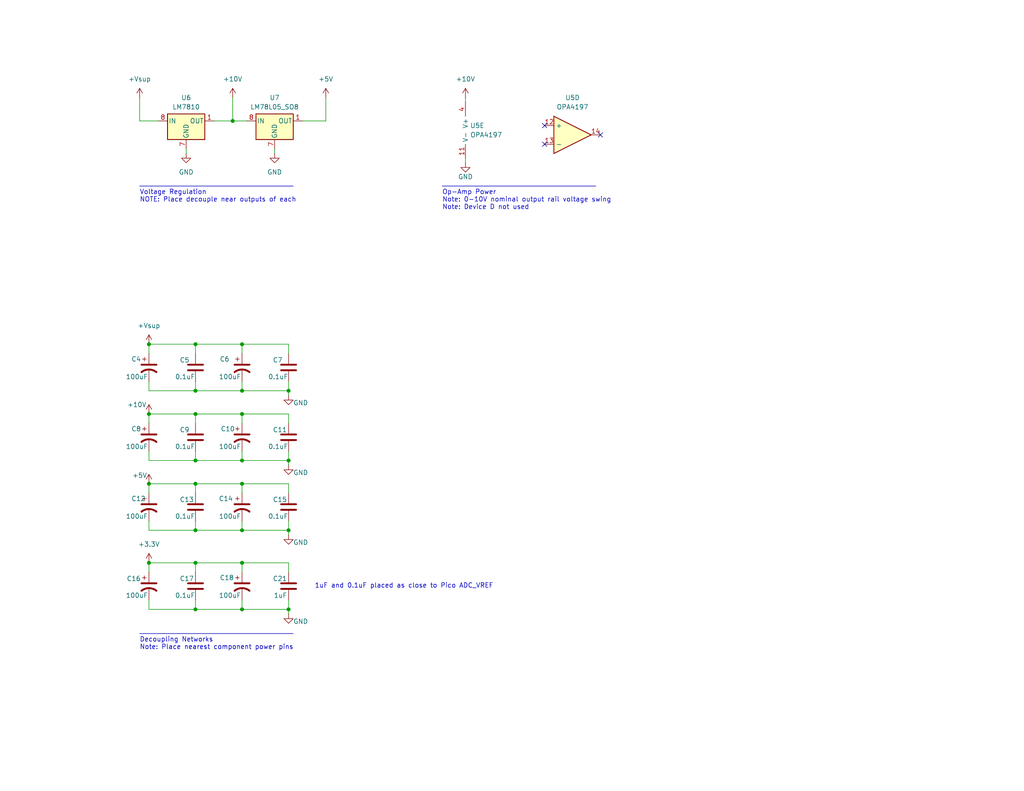
<source format=kicad_sch>
(kicad_sch (version 20250114) (generator "eeschema") (generator_version "9.0")
  (paper "USLetter")
  (title_block (title "PICO Motor Interface") (date "2024-06-24") (rev "0.00 alpha") (company "ISU") (comment 1 "Power"))
  (lib_symbols
    (symbol "Amplifier_Operational:OPA4197xPW"
      (property "Reference" "U" (at 0 3.81 0))
      (property "Value" "OPA4197xPW" (at 0 -3.81 0))
      (symbol "OPA4197xPW_1_1"
        (polyline (pts (xy -5.08 5.08) (xy 5.08 0) (xy -5.08 -5.08) (xy -5.08 5.08)) (stroke (width 0.254)) (fill (type background)))
        (pin input line (at -7.62 2.54 0) (length 2.54) (name "+") (number "3"))
        (pin input line (at -7.62 -2.54 0) (length 2.54) (name "-") (number "2"))
        (pin output line (at 7.62 0 180) (length 2.54) (name "~") (number "1"))
      )
      (symbol "OPA4197xPW_2_1"
        (polyline (pts (xy -5.08 5.08) (xy 5.08 0) (xy -5.08 -5.08) (xy -5.08 5.08)) (stroke (width 0.254)) (fill (type background)))
        (pin input line (at -7.62 2.54 0) (length 2.54) (name "+") (number "5"))
        (pin input line (at -7.62 -2.54 0) (length 2.54) (name "-") (number "6"))
        (pin output line (at 7.62 0 180) (length 2.54) (name "~") (number "7"))
      )
      (symbol "OPA4197xPW_3_1"
        (polyline (pts (xy -5.08 5.08) (xy 5.08 0) (xy -5.08 -5.08) (xy -5.08 5.08)) (stroke (width 0.254)) (fill (type background)))
        (pin input line (at -7.62 2.54 0) (length 2.54) (name "+") (number "10"))
        (pin input line (at -7.62 -2.54 0) (length 2.54) (name "-") (number "9"))
        (pin output line (at 7.62 0 180) (length 2.54) (name "~") (number "8"))
      )
      (symbol "OPA4197xPW_4_1"
        (polyline (pts (xy -5.08 5.08) (xy 5.08 0) (xy -5.08 -5.08) (xy -5.08 5.08)) (stroke (width 0.254)) (fill (type background)))
        (pin input line (at -7.62 2.54 0) (length 2.54) (name "+") (number "12"))
        (pin input line (at -7.62 -2.54 0) (length 2.54) (name "-") (number "13"))
        (pin output line (at 7.62 0 180) (length 2.54) (name "~") (number "14"))
      )
      (symbol "OPA4197xPW_5_1"
        (pin power_in line (at -2.54 7.62 270) (length 3.81) (name "V+") (number "4"))
        (pin power_in line (at -2.54 -7.62 90) (length 3.81) (name "V-") (number "11"))
      )
    )
    (symbol "C_10" (pin_numbers (hide yes)) (pin_names (offset 0.254))
      (property "Reference" "C" (at 0.635 2.54 0))
      (property "Value" "C" (at 0.635 -2.54 0))
      (symbol "C_10_0_1"
        (polyline (pts (xy -2.032 0.762) (xy 2.032 0.762)) (stroke (width 0.508)))
        (polyline (pts (xy -2.032 -0.762) (xy 2.032 -0.762)) (stroke (width 0.508)))
      )
      (symbol "C_10_1_1"
        (pin passive line (at 0 3.81 270) (length 2.794) (name "~") (number "1"))
        (pin passive line (at 0 -3.81 90) (length 2.794) (name "~") (number "2"))
      )
    )
    (symbol "C_14" (pin_numbers (hide yes)) (pin_names (offset 0.254))
      (property "Reference" "C" (at 0.635 2.54 0))
      (property "Value" "C" (at 0.635 -2.54 0))
      (symbol "C_14_0_1"
        (polyline (pts (xy -2.032 0.762) (xy 2.032 0.762)) (stroke (width 0.508)))
        (polyline (pts (xy -2.032 -0.762) (xy 2.032 -0.762)) (stroke (width 0.508)))
      )
      (symbol "C_14_1_1"
        (pin passive line (at 0 3.81 270) (length 2.794) (name "~") (number "1"))
        (pin passive line (at 0 -3.81 90) (length 2.794) (name "~") (number "2"))
      )
    )
    (symbol "C_3" (pin_numbers (hide yes)) (pin_names (offset 0.254))
      (property "Reference" "C" (at 0.635 2.54 0))
      (property "Value" "C" (at 0.635 -2.54 0))
      (symbol "C_3_0_1"
        (polyline (pts (xy -2.032 0.762) (xy 2.032 0.762)) (stroke (width 0.508)))
        (polyline (pts (xy -2.032 -0.762) (xy 2.032 -0.762)) (stroke (width 0.508)))
      )
      (symbol "C_3_1_1"
        (pin passive line (at 0 3.81 270) (length 2.794) (name "~") (number "1"))
        (pin passive line (at 0 -3.81 90) (length 2.794) (name "~") (number "2"))
      )
    )
    (symbol "C_5" (pin_numbers (hide yes)) (pin_names (offset 0.254))
      (property "Reference" "C" (at 0.635 2.54 0))
      (property "Value" "C" (at 0.635 -2.54 0))
      (symbol "C_5_0_1"
        (polyline (pts (xy -2.032 0.762) (xy 2.032 0.762)) (stroke (width 0.508)))
        (polyline (pts (xy -2.032 -0.762) (xy 2.032 -0.762)) (stroke (width 0.508)))
      )
      (symbol "C_5_1_1"
        (pin passive line (at 0 3.81 270) (length 2.794) (name "~") (number "1"))
        (pin passive line (at 0 -3.81 90) (length 2.794) (name "~") (number "2"))
      )
    )
    (symbol "C_7" (pin_numbers (hide yes)) (pin_names (offset 0.254))
      (property "Reference" "C" (at 0.635 2.54 0))
      (property "Value" "C" (at 0.635 -2.54 0))
      (symbol "C_7_0_1"
        (polyline (pts (xy -2.032 0.762) (xy 2.032 0.762)) (stroke (width 0.508)))
        (polyline (pts (xy -2.032 -0.762) (xy 2.032 -0.762)) (stroke (width 0.508)))
      )
      (symbol "C_7_1_1"
        (pin passive line (at 0 3.81 270) (length 2.794) (name "~") (number "1"))
        (pin passive line (at 0 -3.81 90) (length 2.794) (name "~") (number "2"))
      )
    )
    (symbol "C_9" (pin_numbers (hide yes)) (pin_names (offset 0.254))
      (property "Reference" "C" (at 0.635 2.54 0))
      (property "Value" "C" (at 0.635 -2.54 0))
      (symbol "C_9_0_1"
        (polyline (pts (xy -2.032 0.762) (xy 2.032 0.762)) (stroke (width 0.508)))
        (polyline (pts (xy -2.032 -0.762) (xy 2.032 -0.762)) (stroke (width 0.508)))
      )
      (symbol "C_9_1_1"
        (pin passive line (at 0 3.81 270) (length 2.794) (name "~") (number "1"))
        (pin passive line (at 0 -3.81 90) (length 2.794) (name "~") (number "2"))
      )
    )
    (symbol "Device:C" (pin_numbers (hide yes)) (pin_names (offset 0.254))
      (property "Reference" "C" (at 0.635 2.54 0))
      (property "Value" "C" (at 0.635 -2.54 0))
      (symbol "C_0_1"
        (polyline (pts (xy -2.032 0.762) (xy 2.032 0.762)) (stroke (width 0.508)))
        (polyline (pts (xy -2.032 -0.762) (xy 2.032 -0.762)) (stroke (width 0.508)))
      )
      (symbol "C_1_1"
        (pin passive line (at 0 3.81 270) (length 2.794) (name "~") (number "1"))
        (pin passive line (at 0 -3.81 90) (length 2.794) (name "~") (number "2"))
      )
    )
    (symbol "Device:C_Polarized_US" (pin_numbers (hide yes)) (pin_names (offset 0.254) (hide yes))
      (property "Reference" "C" (at 0.635 2.54 0))
      (property "Value" "C_Polarized_US" (at 0.635 -2.54 0))
      (symbol "C_Polarized_US_0_1"
        (polyline (pts (xy -2.032 0.762) (xy 2.032 0.762)) (stroke (width 0.508)))
        (polyline (pts (xy -1.778 2.286) (xy -0.762 2.286)))
        (polyline (pts (xy -1.27 1.778) (xy -1.27 2.794)))
        (arc (start -2.032 -1.27) (mid 0 -0.5572) (end 2.032 -1.27) (stroke (width 0.508)))
      )
      (symbol "C_Polarized_US_1_1"
        (pin passive line (at 0 3.81 270) (length 2.794) (name "~") (number "1"))
        (pin passive line (at 0 -3.81 90) (length 3.302) (name "~") (number "2"))
      )
    )
    (symbol "Regulator_Linear:L78L10_SO8" (pin_names (offset 0.254))
      (property "Reference" "U" (at -3.81 3.175 0))
      (property "Value" "L78L10_SO8" (at 0 3.175 0))
      (symbol "L78L10_SO8_0_1"
        (rectangle (start -5.08 1.905) (end 5.08 -5.08) (stroke (width 0.254)) (fill (type background)))
      )
      (symbol "L78L10_SO8_1_1"
        (pin power_in line (at -7.62 0 0) (length 2.54) (name "IN") (number "8"))
        (pin no_connect line (at -5.08 -2.54 0) (length 2.54) (hide yes) (name "NC") (number "4"))
        (pin passive line (at 0 -7.62 90) (length 2.54) (hide yes) (name "GND") (number "2"))
        (pin passive line (at 0 -7.62 90) (length 2.54) (hide yes) (name "GND") (number "3"))
        (pin passive line (at 0 -7.62 90) (length 2.54) (hide yes) (name "GND") (number "6"))
        (pin power_in line (at 0 -7.62 90) (length 2.54) (name "GND") (number "7"))
        (pin no_connect line (at 5.08 -2.54 180) (length 2.54) (hide yes) (name "NC") (number "5"))
        (pin power_out line (at 7.62 0 180) (length 2.54) (name "OUT") (number "1"))
      )
    )
    (symbol "Regulator_Linear:LM78L05_SO8" (pin_names (offset 0.254))
      (property "Reference" "U" (at -3.81 3.175 0))
      (property "Value" "LM78L05_SO8" (at 0 3.175 0))
      (symbol "LM78L05_SO8_0_1"
        (rectangle (start -5.08 1.905) (end 5.08 -5.08) (stroke (width 0.254)) (fill (type background)))
      )
      (symbol "LM78L05_SO8_1_1"
        (pin power_in line (at -7.62 0 0) (length 2.54) (name "IN") (number "8"))
        (pin no_connect line (at -5.08 -2.54 0) (length 2.54) (hide yes) (name "NC") (number "4"))
        (pin passive line (at 0 -7.62 90) (length 2.54) (hide yes) (name "GND") (number "2"))
        (pin passive line (at 0 -7.62 90) (length 2.54) (hide yes) (name "GND") (number "3"))
        (pin passive line (at 0 -7.62 90) (length 2.54) (hide yes) (name "GND") (number "6"))
        (pin power_in line (at 0 -7.62 90) (length 2.54) (name "GND") (number "7"))
        (pin no_connect line (at 5.08 -2.54 180) (length 2.54) (hide yes) (name "NC") (number "5"))
        (pin power_out line (at 7.62 0 180) (length 2.54) (name "OUT") (number "1"))
      )
    )
    (symbol "power:+10V" (power) (pin_numbers (hide yes)) (pin_names (offset 0) (hide yes))
      (property "Value" "+10V" (at 0 3.556 0))
      (symbol "+10V_0_1"
        (polyline (pts (xy -0.762 1.27) (xy 0 2.54)))
        (polyline (pts (xy 0 2.54) (xy 0.762 1.27)))
        (polyline (pts (xy 0 0) (xy 0 2.54)))
      )
      (symbol "+10V_1_1"
        (pin power_in line (at 0 0 90) (length 0) (name "~") (number "1"))
      )
    )
    (symbol "power:+12V" (power) (pin_numbers (hide yes)) (pin_names (offset 0) (hide yes))
      (property "Value" "+12V" (at 0 3.556 0))
      (symbol "+12V_0_1"
        (polyline (pts (xy -0.762 1.27) (xy 0 2.54)))
        (polyline (pts (xy 0 2.54) (xy 0.762 1.27)))
        (polyline (pts (xy 0 0) (xy 0 2.54)))
      )
      (symbol "+12V_1_1"
        (pin power_in line (at 0 0 90) (length 0) (name "~") (number "1"))
      )
    )
    (symbol "power:+3.3V" (power) (pin_numbers (hide yes)) (pin_names (offset 0) (hide yes))
      (property "Value" "+3.3V" (at 0 3.556 0))
      (symbol "+3.3V_0_1"
        (polyline (pts (xy -0.762 1.27) (xy 0 2.54)))
        (polyline (pts (xy 0 2.54) (xy 0.762 1.27)))
        (polyline (pts (xy 0 0) (xy 0 2.54)))
      )
      (symbol "+3.3V_1_1"
        (pin power_in line (at 0 0 90) (length 0) (name "~") (number "1"))
      )
    )
    (symbol "power:+5V" (power) (pin_numbers (hide yes)) (pin_names (offset 0) (hide yes))
      (property "Value" "+5V" (at 0 3.556 0))
      (symbol "+5V_0_1"
        (polyline (pts (xy -0.762 1.27) (xy 0 2.54)))
        (polyline (pts (xy 0 2.54) (xy 0.762 1.27)))
        (polyline (pts (xy 0 0) (xy 0 2.54)))
      )
      (symbol "+5V_1_1"
        (pin power_in line (at 0 0 90) (length 0) (name "~") (number "1"))
      )
    )
    (symbol "power:GND" (power) (pin_numbers (hide yes)) (pin_names (offset 0) (hide yes))
      (property "Value" "GND" (at 0 -3.81 0))
      (symbol "GND_0_1"
        (polyline (pts (xy 0 0) (xy 0 -1.27) (xy 1.27 -1.27) (xy 0 -2.54) (xy -1.27 -1.27) (xy 0 -1.27)))
      )
      (symbol "GND_1_1"
        (pin power_in line (at 0 0 270) (length 0) (name "~") (number "1"))
      )
    )
  )
  (text "Voltage Regulation\nNOTE: Place decouple near outputs of each\n\n" (at 38.1 51.816 0) (effects (font (size 1.27 1.27)) (justify left top)))
  (text "Op-Amp Power\nNote: 0-10V nominal output rail voltage swing\nNote: Device D not used" (at 120.65 51.816 0) (effects (font (size 1.27 1.27)) (justify left top)))
  (text "1uF and 0.1uF placed as close to Pico ADC_VREF" (at 110.236 160.02 0) (effects (font (size 1.27 1.27))))
  (text "Decoupling Networks\nNote: Place nearest component power pins" (at 38.1 173.99 0) (effects (font (size 1.27 1.27)) (justify left top)))
  (junction (at 66.04 125.73))
  (junction (at 78.74 144.78))
  (junction (at 66.04 166.37))
  (junction (at 40.64 132.08))
  (junction (at 53.34 125.73))
  (junction (at 66.04 106.68))
  (junction (at 53.34 153.67))
  (junction (at 78.74 166.37))
  (junction (at 40.64 153.67))
  (junction (at 78.74 106.68))
  (junction (at 53.34 132.08))
  (junction (at 66.04 144.78))
  (junction (at 53.34 93.98))
  (junction (at 78.74 125.73))
  (junction (at 53.34 144.78))
  (junction (at 63.5 33.02))
  (junction (at 40.64 93.98))
  (junction (at 66.04 93.98))
  (junction (at 66.04 153.67))
  (junction (at 66.04 132.08))
  (junction (at 53.34 113.03))
  (junction (at 53.34 106.68))
  (junction (at 53.34 166.37))
  (junction (at 40.64 113.03))
  (junction (at 66.04 113.03))
  (no_connect (at 148.59 39.37))
  (no_connect (at 148.59 34.29))
  (no_connect (at 163.83 36.83))
  (wire (pts (xy 38.1 26.67) (xy 38.1 33.02)))
  (wire (pts (xy 53.34 166.37) (xy 66.04 166.37)))
  (wire (pts (xy 40.64 115.57) (xy 40.64 113.03)))
  (wire (pts (xy 40.64 113.03) (xy 53.34 113.03)))
  (wire (pts (xy 78.74 125.73) (xy 78.74 127)))
  (wire (pts (xy 53.34 113.03) (xy 66.04 113.03)))
  (wire (pts (xy 40.64 144.78) (xy 53.34 144.78)))
  (polyline (pts (xy 120.65 50.8) (xy 162.56 50.8)) (stroke (width 0) (type solid)))
  (wire (pts (xy 40.64 93.98) (xy 53.34 93.98)))
  (wire (pts (xy 38.1 33.02) (xy 43.18 33.02)))
  (wire (pts (xy 74.93 40.64) (xy 74.93 41.91)))
  (wire (pts (xy 40.64 96.52) (xy 40.64 93.98)))
  (wire (pts (xy 127 43.18) (xy 127 44.45)))
  (wire (pts (xy 40.64 106.68) (xy 53.34 106.68)))
  (wire (pts (xy 78.74 144.78) (xy 78.74 146.05)))
  (wire (pts (xy 53.34 132.08) (xy 66.04 132.08)))
  (wire (pts (xy 82.55 33.02) (xy 88.9 33.02)))
  (wire (pts (xy 66.04 134.62) (xy 66.04 132.08)))
  (wire (pts (xy 40.64 156.21) (xy 40.64 153.67)))
  (wire (pts (xy 66.04 144.78) (xy 66.04 142.24)))
  (wire (pts (xy 40.64 166.37) (xy 53.34 166.37)))
  (wire (pts (xy 53.34 125.73) (xy 53.34 123.19)))
  (wire (pts (xy 40.64 106.68) (xy 40.64 104.14)))
  (wire (pts (xy 53.34 106.68) (xy 66.04 106.68)))
  (wire (pts (xy 78.74 166.37) (xy 78.74 167.64)))
  (wire (pts (xy 50.8 40.64) (xy 50.8 41.91)))
  (wire (pts (xy 40.64 132.08) (xy 53.34 132.08)))
  (wire (pts (xy 78.74 144.78) (xy 66.04 144.78)))
  (wire (pts (xy 53.34 156.21) (xy 53.34 153.67)))
  (wire (pts (xy 78.74 132.08) (xy 78.74 134.62)))
  (wire (pts (xy 66.04 153.67) (xy 78.74 153.67)))
  (wire (pts (xy 78.74 113.03) (xy 78.74 115.57)))
  (wire (pts (xy 78.74 106.68) (xy 66.04 106.68)))
  (wire (pts (xy 66.04 166.37) (xy 66.04 163.83)))
  (wire (pts (xy 40.64 144.78) (xy 40.64 142.24)))
  (wire (pts (xy 66.04 115.57) (xy 66.04 113.03)))
  (wire (pts (xy 66.04 156.21) (xy 66.04 153.67)))
  (wire (pts (xy 66.04 106.68) (xy 66.04 104.14)))
  (wire (pts (xy 78.74 144.78) (xy 78.74 142.24)))
  (wire (pts (xy 53.34 115.57) (xy 53.34 113.03)))
  (wire (pts (xy 40.64 166.37) (xy 40.64 163.83)))
  (wire (pts (xy 53.34 144.78) (xy 53.34 142.24)))
  (wire (pts (xy 78.74 125.73) (xy 78.74 123.19)))
  (polyline (pts (xy 38.1 172.974) (xy 80.01 172.974)) (stroke (width 0) (type solid)))
  (wire (pts (xy 66.04 93.98) (xy 78.74 93.98)))
  (wire (pts (xy 78.74 93.98) (xy 78.74 96.52)))
  (wire (pts (xy 40.64 134.62) (xy 40.64 132.08)))
  (wire (pts (xy 127 26.67) (xy 127 27.94)))
  (wire (pts (xy 78.74 106.68) (xy 78.74 107.95)))
  (wire (pts (xy 53.34 93.98) (xy 66.04 93.98)))
  (wire (pts (xy 53.34 166.37) (xy 53.34 163.83)))
  (wire (pts (xy 66.04 125.73) (xy 66.04 123.19)))
  (wire (pts (xy 53.34 125.73) (xy 66.04 125.73)))
  (wire (pts (xy 88.9 33.02) (xy 88.9 26.67)))
  (wire (pts (xy 78.74 166.37) (xy 78.74 163.83)))
  (wire (pts (xy 78.74 166.37) (xy 66.04 166.37)))
  (wire (pts (xy 78.74 153.67) (xy 78.74 156.21)))
  (polyline (pts (xy 38.1 50.8) (xy 80.01 50.8)) (stroke (width 0) (type solid)))
  (wire (pts (xy 53.34 153.67) (xy 66.04 153.67)))
  (wire (pts (xy 40.64 153.67) (xy 53.34 153.67)))
  (wire (pts (xy 63.5 26.67) (xy 63.5 33.02)))
  (wire (pts (xy 66.04 96.52) (xy 66.04 93.98)))
  (wire (pts (xy 53.34 96.52) (xy 53.34 93.98)))
  (wire (pts (xy 78.74 106.68) (xy 78.74 104.14)))
  (wire (pts (xy 58.42 33.02) (xy 63.5 33.02)))
  (wire (pts (xy 40.64 125.73) (xy 40.64 123.19)))
  (wire (pts (xy 53.34 134.62) (xy 53.34 132.08)))
  (wire (pts (xy 63.5 33.02) (xy 67.31 33.02)))
  (wire (pts (xy 78.74 125.73) (xy 66.04 125.73)))
  (wire (pts (xy 53.34 125.73) (xy 40.64 125.73)))
  (wire (pts (xy 66.04 113.03) (xy 78.74 113.03)))
  (wire (pts (xy 53.34 144.78) (xy 66.04 144.78)))
  (wire (pts (xy 53.34 106.68) (xy 53.34 104.14)))
  (wire (pts (xy 66.04 132.08) (xy 78.74 132.08)))
  (symbol (lib_name "C_3") (lib_id "Device:C") (at 53.34 119.38 0) (unit 1)
    (property "Reference" "C9" (at 49.022 117.348 0) (effects (justify left)))
    (property "Value" "0.1uF" (at 47.752 121.92 0) (effects (justify left)))
    (property "Footprint" "Capacitor_SMD:C_0603_1608Metric" (effects (hide yes)))
    (property "Datasheet" "https://jlcpcb.com/partdetail/1943-CL10B104KB8NNNC/C1591" (effects (hide yes)))
    (property "Description" "C1591" (effects (hide yes)))
  )
  (symbol (lib_id "Device:C_Polarized_US") (at 40.64 100.33 0) (unit 1)
    (property "Reference" "C4" (at 35.814 98.044 0) (effects (justify left)))
    (property "Value" "100uF" (at 34.29 102.87 0) (effects (justify left)))
    (property "Footprint" "Capacitor_SMD:C_1210_3225Metric" (effects (hide yes)))
    (property "Datasheet" "https://jlcpcb.com/partdetail/24478-CL32A107MPVNNNE/C23742" (effects (hide yes)))
    (property "Description" "C23742" (effects (hide yes)))
    (property "digikey" "https://www.digikey.com/en/products/detail/rubycon/16ZLH100MEFC5X11/3134106" (effects (hide yes)))
  )
  (symbol (lib_id "Amplifier_Operational:OPA4197xPW") (at 129.54 35.56 0) (unit 5)
    (property "Reference" "U5" (at 128.27 34.2899 0) (effects (justify left)))
    (property "Value" "OPA4197" (at 128.27 36.8299 0) (effects (justify left)))
    (property "Footprint" "CustomBPA:SO-14_5.4_P1.27" (effects (hide yes)))
    (property "Datasheet" "http://www.ti.com/lit/ds/symlink/opa4197.pdf" (effects (hide yes)))
    (property "Description" "Quad 36V, Precision, Rail-to-Rail Input/Output, Low Offset Voltage, Operational Amplifier, TSSOP-14" (effects (hide yes)))
  )
  (symbol (lib_name "C_7") (lib_id "Device:C") (at 78.74 100.33 0) (unit 1)
    (property "Reference" "C7" (at 74.422 98.298 0) (effects (justify left)))
    (property "Value" "0.1uF" (at 73.152 102.87 0) (effects (justify left)))
    (property "Footprint" "Capacitor_SMD:C_0603_1608Metric" (effects (hide yes)))
    (property "Datasheet" "https://jlcpcb.com/partdetail/1943-CL10B104KB8NNNC/C1591" (effects (hide yes)))
    (property "Description" "C1591" (effects (hide yes)))
  )
  (symbol (lib_id "power:GND") (at 50.8 41.91 0) (unit 1)
    (property "Reference" "#PWR049" (effects (hide yes)))
    (property "Value" "GND" (at 50.8 46.99 0))
  )
  (symbol (lib_id "Device:C_Polarized_US") (at 40.64 119.38 0) (unit 1)
    (property "Reference" "C8" (at 35.814 117.094 0) (effects (justify left)))
    (property "Value" "100uF" (at 34.29 121.92 0) (effects (justify left)))
    (property "Footprint" "Capacitor_SMD:C_1210_3225Metric" (effects (hide yes)))
    (property "Datasheet" "https://jlcpcb.com/partdetail/24478-CL32A107MPVNNNE/C23742" (effects (hide yes)))
    (property "Description" "C23742" (effects (hide yes)))
    (property "digikey" "https://www.digikey.com/en/products/detail/rubycon/16ZLH100MEFC5X11/3134106" (effects (hide yes)))
  )
  (symbol (lib_name "C_9") (lib_id "Device:C") (at 53.34 138.43 0) (unit 1)
    (property "Reference" "C13" (at 49.022 136.398 0) (effects (justify left)))
    (property "Value" "0.1uF" (at 47.752 140.97 0) (effects (justify left)))
    (property "Footprint" "Capacitor_SMD:C_0603_1608Metric" (effects (hide yes)))
    (property "Datasheet" "https://jlcpcb.com/partdetail/1943-CL10B104KB8NNNC/C1591" (effects (hide yes)))
    (property "Description" "C1591" (effects (hide yes)))
  )
  (symbol (lib_id "power:GND") (at 127 44.45 0) (unit 1)
    (property "Reference" "#PWR051" (effects (hide yes)))
    (property "Value" "GND" (at 127 48.26 0))
  )
  (symbol (lib_id "power:+10V") (at 127 26.67 0) (unit 1)
    (property "Reference" "#PWR048" (effects (hide yes)))
    (property "Value" "+10V" (at 127 21.59 0))
    (property "Description" "Power symbol creates a global label with name \"+10V\"" (effects (hide yes)))
  )
  (symbol (lib_name "C_14") (lib_id "Device:C") (at 78.74 138.43 0) (unit 1)
    (property "Reference" "C15" (at 74.422 136.398 0) (effects (justify left)))
    (property "Value" "0.1uF" (at 73.152 140.97 0) (effects (justify left)))
    (property "Footprint" "Capacitor_SMD:C_0603_1608Metric" (effects (hide yes)))
    (property "Datasheet" "https://jlcpcb.com/partdetail/1943-CL10B104KB8NNNC/C1591" (effects (hide yes)))
    (property "Description" "C1591" (effects (hide yes)))
  )
  (symbol (lib_id "power:+10V") (at 40.64 113.03 0) (unit 1)
    (property "Reference" "#PWR054" (effects (hide yes)))
    (property "Value" "+10V" (at 37.338 110.49 0))
    (property "Description" "Power symbol creates a global label with name \"+10V\"" (effects (hide yes)))
  )
  (symbol (lib_id "Amplifier_Operational:OPA4197xPW") (at 156.21 36.83 0) (unit 4)
    (property "Reference" "U5" (at 156.21 26.67 0))
    (property "Value" "OPA4197" (at 156.21 29.21 0))
    (property "Footprint" "CustomBPA:SO-14_5.4_P1.27" (effects (hide yes)))
    (property "Datasheet" "http://www.ti.com/lit/ds/symlink/opa4197.pdf" (effects (hide yes)))
    (property "Description" "Quad 36V, Precision, Rail-to-Rail Input/Output, Low Offset Voltage, Operational Amplifier, TSSOP-14" (effects (hide yes)))
  )
  (symbol (lib_id "Device:C_Polarized_US") (at 66.04 160.02 0) (unit 1)
    (property "Reference" "C18" (at 59.944 157.734 0) (effects (justify left)))
    (property "Value" "100uF" (at 59.69 162.56 0) (effects (justify left)))
    (property "Footprint" "Capacitor_SMD:C_1210_3225Metric" (effects (hide yes)))
    (property "Datasheet" "https://jlcpcb.com/partdetail/24478-CL32A107MPVNNNE/C23742" (effects (hide yes)))
    (property "Description" "C23742" (effects (hide yes)))
    (property "digikey" "https://www.digikey.com/en/products/detail/rubycon/16ZLH100MEFC5X11/3134106" (effects (hide yes)))
  )
  (symbol (lib_id "power:+5V") (at 88.9 26.67 0) (unit 1)
    (property "Reference" "#PWR047" (effects (hide yes)))
    (property "Value" "+5V" (at 88.9 21.59 0))
    (property "Description" "Power symbol creates a global label with name \"+5V\"" (effects (hide yes)))
  )
  (symbol (lib_id "Device:C") (at 78.74 119.38 0) (unit 1)
    (property "Reference" "C11" (at 74.422 117.348 0) (effects (justify left)))
    (property "Value" "0.1uF" (at 73.152 121.92 0) (effects (justify left)))
    (property "Footprint" "Capacitor_SMD:C_0603_1608Metric" (effects (hide yes)))
    (property "Datasheet" "https://jlcpcb.com/partdetail/1943-CL10B104KB8NNNC/C1591" (effects (hide yes)))
    (property "Description" "C1591" (effects (hide yes)))
  )
  (symbol (lib_id "power:GND") (at 78.74 167.64 0) (unit 1)
    (property "Reference" "#PWR059" (effects (hide yes)))
    (property "Value" "GND" (at 82.042 169.672 0))
  )
  (symbol (lib_id "power:GND") (at 78.74 107.95 0) (unit 1)
    (property "Reference" "#PWR053" (effects (hide yes)))
    (property "Value" "GND" (at 82.042 109.982 0))
  )
  (symbol (lib_name "C_5") (lib_id "Device:C") (at 53.34 160.02 0) (unit 1)
    (property "Reference" "C17" (at 49.022 157.988 0) (effects (justify left)))
    (property "Value" "0.1uF" (at 47.752 162.56 0) (effects (justify left)))
    (property "Footprint" "Capacitor_SMD:C_0603_1608Metric" (effects (hide yes)))
    (property "Datasheet" "https://jlcpcb.com/partdetail/1943-CL10B104KB8NNNC/C1591" (effects (hide yes)))
    (property "Description" "C1591" (effects (hide yes)))
  )
  (symbol (lib_id "Device:C_Polarized_US") (at 66.04 100.33 0) (unit 1)
    (property "Reference" "C6" (at 59.944 98.044 0) (effects (justify left)))
    (property "Value" "100uF" (at 59.69 102.87 0) (effects (justify left)))
    (property "Footprint" "Capacitor_SMD:C_1210_3225Metric" (effects (hide yes)))
    (property "Datasheet" "https://jlcpcb.com/partdetail/24478-CL32A107MPVNNNE/C23742" (effects (hide yes)))
    (property "Description" "C23742" (effects (hide yes)))
    (property "digikey" "https://www.digikey.com/en/products/detail/rubycon/16ZLH100MEFC5X11/3134106" (effects (hide yes)))
  )
  (symbol (lib_id "power:+10V") (at 63.5 26.67 0) (unit 1)
    (property "Reference" "#PWR046" (effects (hide yes)))
    (property "Value" "+10V" (at 63.5 21.59 0))
    (property "Description" "Power symbol creates a global label with name \"+10V\"" (effects (hide yes)))
  )
  (symbol (lib_name "C_10") (lib_id "Device:C") (at 53.34 100.33 0) (unit 1)
    (property "Reference" "C5" (at 49.022 98.298 0) (effects (justify left)))
    (property "Value" "0.1uF" (at 47.752 102.87 0) (effects (justify left)))
    (property "Footprint" "Capacitor_SMD:C_0603_1608Metric" (effects (hide yes)))
    (property "Datasheet" "https://jlcpcb.com/partdetail/1943-CL10B104KB8NNNC/C1591" (effects (hide yes)))
    (property "Description" "C1591" (effects (hide yes)))
    (property "digikey" "https://www.digikey.com/en/products/detail/epcos-tdk-electronics/B32529C0104K189/1089746" (effects (hide yes)))
  )
  (symbol (lib_id "Device:C_Polarized_US") (at 40.64 160.02 0) (unit 1)
    (property "Reference" "C16" (at 34.544 157.988 0) (effects (justify left)))
    (property "Value" "100uF" (at 34.29 162.56 0) (effects (justify left)))
    (property "Footprint" "Capacitor_SMD:C_1210_3225Metric" (effects (hide yes)))
    (property "Datasheet" "https://jlcpcb.com/partdetail/24478-CL32A107MPVNNNE/C23742" (effects (hide yes)))
    (property "Description" "C23742" (effects (hide yes)))
    (property "digikey" "https://www.digikey.com/en/products/detail/rubycon/16ZLH100MEFC5X11/3134106" (effects (hide yes)))
  )
  (symbol (lib_name "C_3") (lib_id "Device:C") (at 78.74 160.02 0) (unit 1)
    (property "Reference" "C21" (at 74.422 157.988 0) (effects (justify left)))
    (property "Value" "1uF" (at 74.676 162.56 0) (effects (justify left)))
    (property "Footprint" "Capacitor_SMD:C_1206_3216Metric" (effects (hide yes)))
    (property "Datasheet" "https://jlcpcb.com/api/file/downloadByFileSystemAccessId/8590163614121426944" (effects (hide yes)))
    (property "Description" "C2167419" (effects (hide yes)))
  )
  (symbol (lib_id "Device:C_Polarized_US") (at 66.04 138.43 0) (unit 1)
    (property "Reference" "C14" (at 59.69 136.144 0) (effects (justify left)))
    (property "Value" "100uF" (at 59.69 140.97 0) (effects (justify left)))
    (property "Footprint" "Capacitor_SMD:C_1210_3225Metric" (effects (hide yes)))
    (property "Datasheet" "https://jlcpcb.com/partdetail/24478-CL32A107MPVNNNE/C23742" (effects (hide yes)))
    (property "Description" "C23742" (effects (hide yes)))
    (property "digikey" "https://www.digikey.com/en/products/detail/rubycon/16ZLH100MEFC5X11/3134106" (effects (hide yes)))
  )
  (symbol (lib_id "power:GND") (at 78.74 127 0) (unit 1)
    (property "Reference" "#PWR055" (effects (hide yes)))
    (property "Value" "GND" (at 82.042 129.032 0))
  )
  (symbol (lib_id "power:+3.3V") (at 40.64 153.67 0) (unit 1)
    (property "Reference" "#PWR058" (effects (hide yes)))
    (property "Value" "+3.3V" (at 40.64 148.59 0))
    (property "Description" "Power symbol creates a global label with name \"+3.3V\"" (effects (hide yes)))
  )
  (symbol (lib_id "power:GND") (at 74.93 41.91 0) (unit 1)
    (property "Reference" "#PWR050" (effects (hide yes)))
    (property "Value" "GND" (at 74.93 46.99 0))
  )
  (symbol (lib_id "Device:C_Polarized_US") (at 66.04 119.38 0) (unit 1)
    (property "Reference" "C10" (at 60.198 117.094 0) (effects (justify left)))
    (property "Value" "100uF" (at 59.69 121.92 0) (effects (justify left)))
    (property "Footprint" "Capacitor_SMD:C_1210_3225Metric" (effects (hide yes)))
    (property "Datasheet" "https://jlcpcb.com/partdetail/24478-CL32A107MPVNNNE/C23742" (effects (hide yes)))
    (property "Description" "C23742" (effects (hide yes)))
    (property "digikey" "https://www.digikey.com/en/products/detail/rubycon/16ZLH100MEFC5X11/3134106" (effects (hide yes)))
  )
  (symbol (lib_id "Regulator_Linear:L78L10_SO8") (at 50.8 33.02 0) (unit 1)
    (property "Reference" "U6" (at 50.8 26.67 0))
    (property "Value" "LM7810" (at 50.8 29.21 0))
    (property "Footprint" "Package_SO:SOIC-8_3.9x4.9mm_P1.27mm" (effects (hide yes)))
    (property "Datasheet" "http://www.st.com/content/ccc/resource/technical/document/datasheet/15/55/e5/aa/23/5b/43/fd/CD00000446.pdf/files/CD00000446.pdf/jcr:content/translations/en.CD00000446.pdf" (effects (hide yes)))
    (property "Description" "Positive 100mA 30V Linear Regulator, Fixed Output 10V, SO-8" (effects (hide yes)))
  )
  (symbol (lib_id "Device:C_Polarized_US") (at 40.64 138.43 0) (unit 1)
    (property "Reference" "C12" (at 35.814 136.144 0) (effects (justify left)))
    (property "Value" "100uF" (at 34.29 140.97 0) (effects (justify left)))
    (property "Footprint" "Capacitor_SMD:C_1210_3225Metric" (effects (hide yes)))
    (property "Datasheet" "https://jlcpcb.com/partdetail/24478-CL32A107MPVNNNE/C23742" (effects (hide yes)))
    (property "Description" "C23742" (effects (hide yes)))
    (property "digikey" "https://www.digikey.com/en/products/detail/rubycon/16ZLH100MEFC5X11/3134106" (effects (hide yes)))
  )
  (symbol (lib_id "power:GND") (at 78.74 146.05 0) (unit 1)
    (property "Reference" "#PWR057" (effects (hide yes)))
    (property "Value" "GND" (at 82.042 148.082 0))
  )
  (symbol (lib_id "power:+12V") (at 40.64 93.98 0) (unit 1)
    (property "Reference" "#PWR045" (effects (hide yes)))
    (property "Value" "+Vsup" (at 40.64 88.9 0))
    (property "Description" "Power symbol creates a global label with name \"+Vsup\"" (effects (hide yes)))
  )
  (symbol (lib_id "power:+5V") (at 40.64 132.08 0) (unit 1)
    (property "Reference" "#PWR056" (effects (hide yes)))
    (property "Value" "+5V" (at 38.1 129.794 0))
    (property "Description" "Power symbol creates a global label with name \"+5V\"" (effects (hide yes)))
  )
  (symbol (lib_id "power:+12V") (at 38.1 26.67 0) (unit 1)
    (property "Reference" "#PWR052" (effects (hide yes)))
    (property "Value" "+Vsup" (at 38.1 21.59 0))
    (property "Description" "Power symbol creates a global label with name \"+Motor_Sup\"" (effects (hide yes)))
  )
  (symbol (lib_id "Regulator_Linear:LM78L05_SO8") (at 74.93 33.02 0) (unit 1)
    (property "Reference" "U7" (at 74.93 26.67 0))
    (property "Value" "LM78L05_SO8" (at 74.93 29.21 0))
    (property "Footprint" "Package_SO:SOIC-8_3.9x4.9mm_P1.27mm" (effects (hide yes)))
    (property "Datasheet" "https://www.onsemi.com/pub/Collateral/MC78L06A-D.pdf" (effects (hide yes)))
    (property "Description" "Positive 100mA 30V Linear Regulator, Fixed Output 5V, SO-8" (effects (hide yes)))
  )
)
</source>
